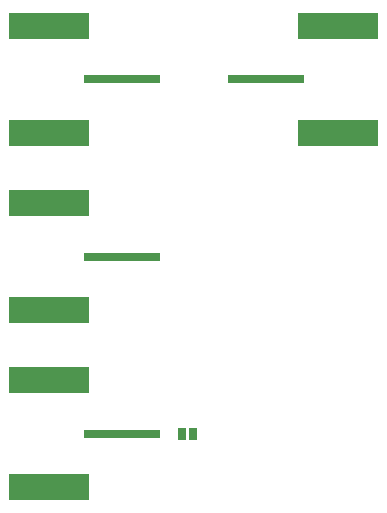
<source format=gts>
G04 #@! TF.FileFunction,Soldermask,Top*
%FSLAX46Y46*%
G04 Gerber Fmt 4.6, Leading zero omitted, Abs format (unit mm)*
G04 Created by KiCad (PCBNEW 4.0.2-stable) date Tue May 10 00:23:55 2016*
%MOMM*%
G01*
G04 APERTURE LIST*
%ADD10C,0.100000*%
%ADD11R,0.800000X1.000000*%
%ADD12R,6.750000X2.310000*%
%ADD13R,6.400000X0.780000*%
G04 APERTURE END LIST*
D10*
D11*
X147400000Y-105000000D03*
X146500000Y-105000000D03*
D12*
X135250000Y-85480000D03*
X135250000Y-94520000D03*
D13*
X141425000Y-90000000D03*
D12*
X135250000Y-70480000D03*
X135250000Y-79520000D03*
D13*
X141425000Y-75000000D03*
D12*
X135250000Y-100480000D03*
X135250000Y-109520000D03*
D13*
X141425000Y-105000000D03*
D12*
X159750000Y-79520000D03*
X159750000Y-70480000D03*
D13*
X153575000Y-75000000D03*
M02*

</source>
